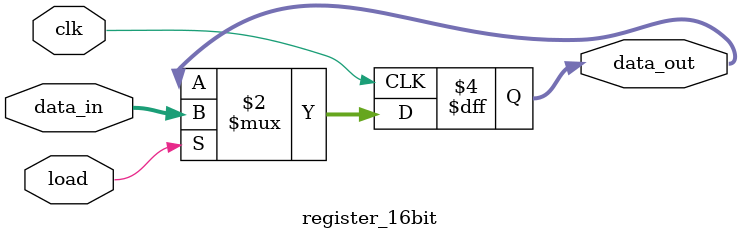
<source format=v>
module register_16bit (
    input wire clk,
    input wire load,
    input wire [15:0] data_in,
    output reg [15:0] data_out
);

    always @(posedge clk) begin
        if (load) begin
            data_out <= data_in;
        end
    end
endmodule
</source>
